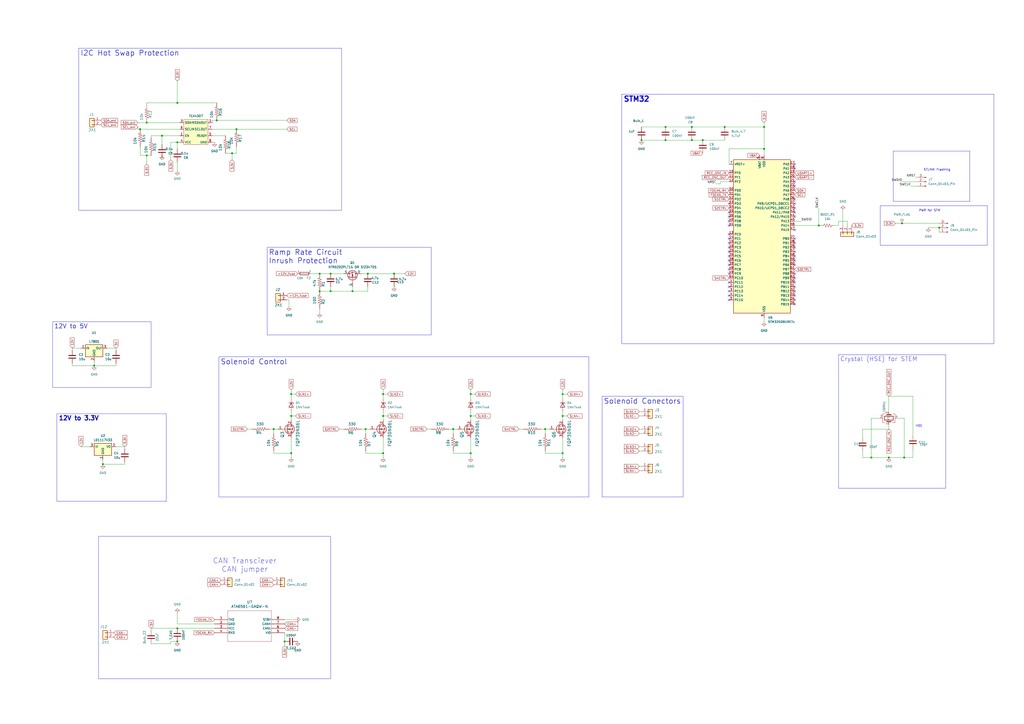
<source format=kicad_sch>
(kicad_sch (version 20250114) (generator "eeschema") (generator_version "9.0")
  (paper "A2")
  (text "HSE\n" (at 533.146 247.142 0) (effects (font (size 1.27 1.27))))
  (text "STLINK Flashing\n" (at 543.56 98.552 0) (effects (font (size 1.27 1.27))))
  (text "CAN Transciever\nCAN jumper\n" (at 141.986 327.914 0) (effects (font (size 3.048 3.048))))
  (text "PWR for STM" (at 539.242 122.174 0) (effects (font (size 1.27 1.27))))
  (text_box "Solenoid Conectors\n" (at 349.25 229.87 0) (size 46.99 58.42) (margins 0.9525 0.9525 0.9525 0.9525) (effects (font (size 3.048 3.048) (thickness 0.254) (bold yes)) (justify left top)))
  (text_box "" (at 57.15 311.15 0) (size 134.62 82.55) (margins 0.9525 0.9525 0.9525 0.9525) (effects (font (size 1.27 1.27) (thickness 0.254) (bold yes)) (justify left top)))
  (text_box "Crystal (HSE) for STEM" (at 486.41 205.74 0) (size 62.23 77.47) (margins 0.9525 0.9525 0.9525 0.9525) (effects (font (size 2.54 2.54)) (justify left top)))
  (text_box "12V to 3.3V" (at 33.02 240.03 0) (size 63.5 50.8) (margins 0.9525 0.9525 0.9525 0.9525) (effects (font (size 2.54 2.54) (thickness 0.508) (bold yes)) (justify left top)))
  (text_box "Ramp Rate Circuit\nInrush Protection" (at 154.94 143.51 0) (size 95.25 50.8) (margins 0.9525 0.9525 0.9525 0.9525) (effects (font (size 3.048 3.048) (thickness 0.254) (bold yes)) (justify left top)))
  (text_box "STM32" (at 360.68 54.61 0) (size 215.9 144.78) (margins 0.9525 0.9525 0.9525 0.9525) (effects (font (size 3.048 3.048) (thickness 0.6096) (bold yes)) (justify left top)))
  (text_box "" (at 510.54 119.38 0) (size 62.23 22.86) (margins 0.9525 0.9525 0.9525 0.9525) (effects (font (size 1.27 1.27)) (justify left top)))
  (text_box "12V to 5V" (at 30.48 186.69 0) (size 57.15 38.1) (margins 0.9525 0.9525 0.9525 0.9525) (effects (font (size 2.54 2.54) (thickness 0.254) (bold yes)) (justify left top)))
  (text_box "Solenoid Control" (at 127 207.01 0) (size 214.63 81.28) (margins 0.9525 0.9525 0.9525 0.9525) (effects (font (size 3.048 3.048) (thickness 0.254) (bold yes)) (justify left top)))
  (text_box "" (at 518.16 87.63 0) (size 44.45 29.21) (margins 0.9525 0.9525 0.9525 0.9525) (effects (font (size 1.27 1.27)) (justify left top)))
  (text_box "I2C Hot Swap Protection" (at 45.72 27.94 0) (size 152.4 93.98) (margins 0.9525 0.9525 0.9525 0.9525) (effects (font (size 3.048 3.048) (thickness 0.254) (bold yes)) (justify left top)))
  (junction (at 158.75 248.92))
  (junction (at 273.05 262.89))
  (junction (at 59.69 269.24))
  (junction (at 443.23 73.66))
  (junction (at 386.08 81.28))
  (junction (at 401.32 73.66))
  (junction (at 222.25 228.6))
  (junction (at 222.25 241.3))
  (junction (at 185.42 158.75))
  (junction (at 262.89 248.92))
  (junction (at 81.28 74.93))
  (junction (at 213.36 158.75))
  (junction (at 212.09 248.92))
  (junction (at 102.87 372.11))
  (junction (at 407.67 81.28))
  (junction (at 102.87 364.49))
  (junction (at 228.6 158.75))
  (junction (at 185.42 168.91))
  (junction (at 273.05 228.6))
  (junction (at 523.24 129.54))
  (junction (at 326.39 241.3))
  (junction (at 168.91 262.89))
  (junction (at 515.62 265.43))
  (junction (at 401.32 81.28))
  (junction (at 386.08 73.66))
  (junction (at 524.51 265.43))
  (junction (at 125.73 69.85))
  (junction (at 474.98 130.81))
  (junction (at 93.98 78.74))
  (junction (at 168.91 228.6))
  (junction (at 326.39 262.89))
  (junction (at 168.91 241.3))
  (junction (at 137.16 74.93))
  (junction (at 165.1 372.11))
  (junction (at 102.87 59.69))
  (junction (at 443.23 86.36))
  (junction (at 544.83 132.08))
  (junction (at 326.39 228.6))
  (junction (at 134.62 88.9))
  (junction (at 316.23 248.92))
  (junction (at 102.87 82.55))
  (junction (at 372.11 81.28))
  (junction (at 85.09 90.17))
  (junction (at 191.77 168.91))
  (junction (at 85.09 71.12))
  (junction (at 273.05 241.3))
  (junction (at 191.77 158.75))
  (junction (at 222.25 262.89))
  (junction (at 420.37 73.66))
  (junction (at 204.47 168.91))
  (junction (at 54.61 212.09))
  (junction (at 505.46 265.43))
  (no_connect (at 422.91 163.83))
  (no_connect (at 461.01 171.45))
  (no_connect (at 461.01 107.95))
  (no_connect (at 422.91 135.89))
  (no_connect (at 422.91 130.81))
  (no_connect (at 422.91 146.05))
  (no_connect (at 422.91 143.51))
  (no_connect (at 461.01 138.43))
  (no_connect (at 461.01 176.53))
  (no_connect (at 422.91 171.45))
  (no_connect (at 461.01 158.75))
  (no_connect (at 461.01 123.19))
  (no_connect (at 422.91 125.73))
  (no_connect (at 461.01 166.37))
  (no_connect (at 422.91 123.19))
  (no_connect (at 461.01 120.65))
  (no_connect (at 461.01 173.99))
  (no_connect (at 461.01 148.59))
  (no_connect (at 461.01 95.25))
  (no_connect (at 422.91 158.75))
  (no_connect (at 422.91 166.37))
  (no_connect (at 461.01 118.11))
  (no_connect (at 422.91 128.27))
  (no_connect (at 422.91 168.91))
  (no_connect (at 422.91 140.97))
  (no_connect (at 461.01 115.57))
  (no_connect (at 422.91 156.21))
  (no_connect (at 461.01 125.73))
  (no_connect (at 461.01 140.97))
  (no_connect (at 422.91 153.67))
  (no_connect (at 461.01 143.51))
  (no_connect (at 422.91 138.43))
  (no_connect (at 461.01 97.79))
  (no_connect (at 422.91 148.59))
  (no_connect (at 422.91 173.99))
  (no_connect (at 461.01 163.83))
  (no_connect (at 461.01 153.67))
  (no_connect (at 422.91 118.11))
  (no_connect (at 461.01 161.29))
  (no_connect (at 422.91 151.13))
  (no_connect (at 461.01 133.35))
  (no_connect (at 461.01 151.13))
  (no_connect (at 461.01 105.41))
  (no_connect (at 461.01 168.91))
  (no_connect (at 461.01 146.05))
  (wire (pts (xy 370.84 273.05) (xy 372.11 273.05)))
  (wire (pts (xy 326.39 262.89) (xy 326.39 265.43)))
  (wire (pts (xy 99.06 82.55) (xy 102.87 82.55)))
  (wire (pts (xy 443.23 71.12) (xy 443.23 73.66)))
  (wire (pts (xy 168.91 238.76) (xy 168.91 241.3)))
  (wire (pts (xy 443.23 73.66) (xy 420.37 73.66)))
  (wire (pts (xy 41.91 212.09) (xy 41.91 210.82)))
  (wire (pts (xy 222.25 228.6) (xy 224.79 228.6)))
  (wire (pts (xy 528.32 107.95) (xy 532.13 107.95)))
  (wire (pts (xy 168.91 241.3) (xy 168.91 243.84)))
  (wire (pts (xy 212.09 248.92) (xy 214.63 248.92)))
  (wire (pts (xy 222.25 228.6) (xy 222.25 231.14)))
  (wire (pts (xy 530.86 102.87) (xy 532.13 102.87)))
  (wire (pts (xy 191.77 158.75) (xy 199.39 158.75)))
  (wire (pts (xy 81.28 90.17) (xy 85.09 90.17)))
  (wire (pts (xy 72.39 259.08) (xy 72.39 260.35)))
  (wire (pts (xy 273.05 241.3) (xy 273.05 243.84)))
  (wire (pts (xy 422.91 86.36) (xy 443.23 86.36)))
  (wire (pts (xy 316.23 248.92) (xy 316.23 251.46)))
  (wire (pts (xy 123.19 74.93) (xy 137.16 74.93)))
  (wire (pts (xy 316.23 248.92) (xy 318.77 248.92)))
  (wire (pts (xy 523.24 129.54) (xy 544.83 129.54)))
  (wire (pts (xy 81.28 85.09) (xy 81.28 90.17)))
  (wire (pts (xy 41.91 201.93) (xy 46.99 201.93)))
  (wire (pts (xy 158.75 248.92) (xy 161.29 248.92)))
  (wire (pts (xy 370.84 259.08) (xy 372.11 259.08)))
  (wire (pts (xy 81.28 74.93) (xy 80.01 74.93)))
  (wire (pts (xy 222.25 238.76) (xy 222.25 241.3)))
  (wire (pts (xy 247.65 248.92) (xy 250.19 248.92)))
  (wire (pts (xy 166.37 173.99) (xy 167.64 173.99)))
  (wire (pts (xy 93.98 78.74) (xy 93.98 83.82)))
  (wire (pts (xy 474.98 130.81) (xy 476.25 130.81)))
  (wire (pts (xy 143.51 248.92) (xy 146.05 248.92)))
  (wire (pts (xy 300.99 248.92) (xy 303.53 248.92)))
  (wire (pts (xy 262.89 248.92) (xy 262.89 251.46)))
  (wire (pts (xy 500.38 248.92) (xy 500.38 254)))
  (wire (pts (xy 212.09 262.89) (xy 222.25 262.89)))
  (wire (pts (xy 524.51 265.43) (xy 524.51 242.57)))
  (wire (pts (xy 99.06 373.38) (xy 99.06 372.11)))
  (wire (pts (xy 156.21 248.92) (xy 158.75 248.92)))
  (wire (pts (xy 529.59 265.43) (xy 524.51 265.43)))
  (wire (pts (xy 102.87 59.69) (xy 102.87 46.99)))
  (wire (pts (xy 191.77 168.91) (xy 185.42 168.91)))
  (wire (pts (xy 273.05 228.6) (xy 275.59 228.6)))
  (wire (pts (xy 87.63 78.74) (xy 87.63 80.01)))
  (wire (pts (xy 415.29 106.68) (xy 417.83 106.68)))
  (wire (pts (xy 316.23 261.62) (xy 316.23 262.89)))
  (wire (pts (xy 273.05 262.89) (xy 273.05 254)))
  (wire (pts (xy 262.89 261.62) (xy 262.89 262.89)))
  (wire (pts (xy 370.84 270.51) (xy 372.11 270.51)))
  (wire (pts (xy 401.32 73.66) (xy 420.37 73.66)))
  (wire (pts (xy 102.87 59.69) (xy 125.73 59.69)))
  (wire (pts (xy 204.47 168.91) (xy 191.77 168.91)))
  (wire (pts (xy 137.16 74.93) (xy 166.37 74.93)))
  (wire (pts (xy 134.62 88.9) (xy 137.16 88.9)))
  (wire (pts (xy 99.06 82.55) (xy 99.06 92.71)))
  (wire (pts (xy 544.83 132.08) (xy 544.83 134.62)))
  (wire (pts (xy 443.23 86.36) (xy 443.23 90.17)))
  (wire (pts (xy 326.39 241.3) (xy 326.39 243.84)))
  (wire (pts (xy 505.46 265.43) (xy 515.62 265.43)))
  (wire (pts (xy 102.87 364.49) (xy 124.46 364.49)))
  (wire (pts (xy 316.23 262.89) (xy 326.39 262.89)))
  (wire (pts (xy 130.81 88.9) (xy 134.62 88.9)))
  (wire (pts (xy 417.83 105.41) (xy 422.91 105.41)))
  (wire (pts (xy 273.05 241.3) (xy 275.59 241.3)))
  (wire (pts (xy 104.14 78.74) (xy 93.98 78.74)))
  (wire (pts (xy 222.25 262.89) (xy 222.25 265.43)))
  (wire (pts (xy 505.46 242.57) (xy 510.54 242.57)))
  (wire (pts (xy 524.51 242.57) (xy 520.7 242.57)))
  (wire (pts (xy 500.38 248.92) (xy 515.62 248.92)))
  (wire (pts (xy 228.6 158.75) (xy 213.36 158.75)))
  (wire (pts (xy 213.36 166.37) (xy 213.36 168.91)))
  (wire (pts (xy 273.05 228.6) (xy 273.05 231.14)))
  (wire (pts (xy 370.84 248.92) (xy 372.11 248.92)))
  (wire (pts (xy 212.09 261.62) (xy 212.09 262.89)))
  (wire (pts (xy 85.09 71.12) (xy 80.01 71.12)))
  (wire (pts (xy 62.23 201.93) (xy 67.31 201.93)))
  (wire (pts (xy 529.59 260.35) (xy 529.59 265.43)))
  (wire (pts (xy 67.31 201.93) (xy 67.31 203.2)))
  (wire (pts (xy 204.47 166.37) (xy 204.47 168.91)))
  (wire (pts (xy 124.46 361.95) (xy 102.87 361.95)))
  (wire (pts (xy 422.91 86.36) (xy 422.91 95.25)))
  (wire (pts (xy 180.34 158.75) (xy 185.42 158.75)))
  (wire (pts (xy 505.46 242.57) (xy 505.46 265.43)))
  (wire (pts (xy 167.64 173.99) (xy 167.64 177.8)))
  (wire (pts (xy 260.35 248.92) (xy 262.89 248.92)))
  (wire (pts (xy 168.91 228.6) (xy 171.45 228.6)))
  (wire (pts (xy 474.98 120.65) (xy 474.98 130.81)))
  (wire (pts (xy 123.19 69.85) (xy 125.73 69.85)))
  (wire (pts (xy 168.91 226.06) (xy 168.91 228.6)))
  (wire (pts (xy 483.87 130.81) (xy 486.41 130.81)))
  (wire (pts (xy 191.77 166.37) (xy 191.77 168.91)))
  (wire (pts (xy 165.1 372.11) (xy 165.1 367.03)))
  (wire (pts (xy 222.25 241.3) (xy 222.25 243.84)))
  (wire (pts (xy 81.28 74.93) (xy 104.14 74.93)))
  (wire (pts (xy 500.38 261.62) (xy 500.38 265.43)))
  (wire (pts (xy 102.87 82.55) (xy 104.14 82.55)))
  (wire (pts (xy 54.61 209.55) (xy 54.61 212.09)))
  (wire (pts (xy 168.91 241.3) (xy 171.45 241.3)))
  (wire (pts (xy 326.39 238.76) (xy 326.39 241.3)))
  (wire (pts (xy 102.87 355.6) (xy 102.87 361.95)))
  (wire (pts (xy 158.75 248.92) (xy 158.75 251.46)))
  (wire (pts (xy 515.62 229.87) (xy 515.62 238.76)))
  (wire (pts (xy 99.06 372.11) (xy 102.87 372.11)))
  (wire (pts (xy 123.19 78.74) (xy 130.81 78.74)))
  (wire (pts (xy 273.05 226.06) (xy 273.05 228.6)))
  (wire (pts (xy 85.09 71.12) (xy 104.14 71.12)))
  (wire (pts (xy 370.84 241.3) (xy 372.11 241.3)))
  (wire (pts (xy 262.89 248.92) (xy 265.43 248.92)))
  (wire (pts (xy 417.83 106.68) (xy 417.83 105.41)))
  (wire (pts (xy 372.11 73.66) (xy 386.08 73.66)))
  (wire (pts (xy 123.19 69.85) (xy 123.19 71.12)))
  (wire (pts (xy 93.98 91.44) (xy 93.98 90.17)))
  (wire (pts (xy 123.19 82.55) (xy 124.46 82.55)))
  (wire (pts (xy 222.25 226.06) (xy 222.25 228.6)))
  (wire (pts (xy 125.73 69.85) (xy 166.37 69.85)))
  (wire (pts (xy 165.1 374.65) (xy 165.1 372.11)))
  (wire (pts (xy 313.69 248.92) (xy 316.23 248.92)))
  (wire (pts (xy 168.91 262.89) (xy 168.91 254)))
  (wire (pts (xy 185.42 158.75) (xy 191.77 158.75)))
  (wire (pts (xy 326.39 228.6) (xy 326.39 231.14)))
  (wire (pts (xy 273.05 262.89) (xy 273.05 265.43)))
  (wire (pts (xy 67.31 212.09) (xy 67.31 210.82)))
  (wire (pts (xy 326.39 262.89) (xy 326.39 254)))
  (wire (pts (xy 85.09 59.69) (xy 85.09 60.96)))
  (wire (pts (xy 234.95 158.75) (xy 228.6 158.75)))
  (wire (pts (xy 370.84 251.46) (xy 372.11 251.46)))
  (wire (pts (xy 529.59 229.87) (xy 529.59 252.73)))
  (wire (pts (xy 326.39 226.06) (xy 326.39 228.6)))
  (wire (pts (xy 461.01 130.81) (xy 474.98 130.81)))
  (wire (pts (xy 59.69 269.24) (xy 72.39 269.24)))
  (wire (pts (xy 519.43 129.54) (xy 523.24 129.54)))
  (wire (pts (xy 41.91 203.2) (xy 41.91 201.93)))
  (wire (pts (xy 134.62 88.9) (xy 134.62 92.71)))
  (wire (pts (xy 370.84 261.62) (xy 372.11 261.62)))
  (wire (pts (xy 262.89 262.89) (xy 273.05 262.89)))
  (wire (pts (xy 407.67 81.28) (xy 420.37 81.28)))
  (wire (pts (xy 102.87 99.06) (xy 102.87 93.98)))
  (wire (pts (xy 72.39 269.24) (xy 72.39 267.97)))
  (wire (pts (xy 137.16 88.9) (xy 137.16 85.09)))
  (wire (pts (xy 213.36 168.91) (xy 204.47 168.91)))
  (wire (pts (xy 326.39 228.6) (xy 328.93 228.6)))
  (wire (pts (xy 370.84 238.76) (xy 372.11 238.76)))
  (wire (pts (xy 486.41 130.81) (xy 486.41 128.27)))
  (wire (pts (xy 372.11 81.28) (xy 386.08 81.28)))
  (wire (pts (xy 93.98 78.74) (xy 87.63 78.74)))
  (wire (pts (xy 222.25 262.89) (xy 222.25 254)))
  (wire (pts (xy 326.39 241.3) (xy 328.93 241.3)))
  (wire (pts (xy 461.01 128.27) (xy 464.82 128.27)))
  (wire (pts (xy 102.87 86.36) (xy 102.87 82.55)))
  (wire (pts (xy 87.63 364.49) (xy 87.63 365.76)))
  (wire (pts (xy 87.63 373.38) (xy 99.06 373.38)))
  (wire (pts (xy 41.91 212.09) (xy 54.61 212.09)))
  (wire (pts (xy 386.08 81.28) (xy 401.32 81.28)))
  (wire (pts (xy 386.08 73.66) (xy 401.32 73.66)))
  (wire (pts (xy 85.09 90.17) (xy 87.63 90.17)))
  (wire (pts (xy 196.85 248.92) (xy 199.39 248.92)))
  (wire (pts (xy 158.75 262.89) (xy 168.91 262.89)))
  (wire (pts (xy 85.09 59.69) (xy 102.87 59.69)))
  (wire (pts (xy 67.31 259.08) (xy 72.39 259.08)))
  (wire (pts (xy 59.69 266.7) (xy 59.69 269.24)))
  (wire (pts (xy 87.63 364.49) (xy 102.87 364.49)))
  (wire (pts (xy 515.62 248.92) (xy 515.62 246.38)))
  (wire (pts (xy 46.99 259.08) (xy 52.07 259.08)))
  (wire (pts (xy 165.1 359.41) (xy 171.45 359.41)))
  (wire (pts (xy 523.24 105.41) (xy 532.13 105.41)))
  (wire (pts (xy 209.55 248.92) (xy 212.09 248.92)))
  (wire (pts (xy 185.42 179.07) (xy 185.42 181.61)))
  (wire (pts (xy 491.49 128.27) (xy 491.49 130.81)))
  (wire (pts (xy 500.38 265.43) (xy 505.46 265.43)))
  (wire (pts (xy 158.75 261.62) (xy 158.75 262.89)))
  (wire (pts (xy 488.95 121.92) (xy 488.95 130.81)))
  (wire (pts (xy 515.62 265.43) (xy 524.51 265.43)))
  (wire (pts (xy 168.91 228.6) (xy 168.91 231.14)))
  (wire (pts (xy 168.91 262.89) (xy 168.91 265.43)))
  (wire (pts (xy 212.09 248.92) (xy 212.09 251.46)))
  (wire (pts (xy 85.09 90.17) (xy 85.09 95.25)))
  (wire (pts (xy 544.83 132.08) (xy 538.48 132.08)))
  (wire (pts (xy 515.62 229.87) (xy 529.59 229.87)))
  (wire (pts (xy 486.41 128.27) (xy 491.49 128.27)))
  (wire (pts (xy 209.55 158.75) (xy 213.36 158.75)))
  (wire (pts (xy 443.23 184.15) (xy 443.23 186.69)))
  (wire (pts (xy 222.25 241.3) (xy 224.79 241.3)))
  (wire (pts (xy 54.61 212.09) (xy 67.31 212.09)))
  (wire (pts (xy 80.01 74.93) (xy 80.01 73.66)))
  (wire (pts (xy 443.23 73.66) (xy 443.23 86.36)))
  (wire (pts (xy 273.05 238.76) (xy 273.05 241.3)))
  (wire (pts (xy 401.32 81.28) (xy 407.67 81.28)))
  (label "SWCLK" (at 528.32 107.95 180))
  (label "SWDIO" (at 464.82 128.27 0))
  (label "SWDIO" (at 523.24 105.41 180))
  (label "NRST" (at 415.29 106.68 180))
  (label "SWCLK" (at 474.98 120.65 90))
  (label "NRST" (at 530.86 102.87 180))
  (global_label "3.3V" (shape input) (at 494.03 130.81 0) (property "Intersheetrefs" "${INTERSHEET_REFS}" (effects (hide yes))))
  (global_label "CAN+" (shape input) (at 128.27 336.55 180) (property "Intersheetrefs" "${INTERSHEET_REFS}" (effects (hide yes))))
  (global_label "SLN4+" (shape input) (at 370.84 270.51 180) (property "Intersheetrefs" "${INTERSHEET_REFS}" (effects (hide yes))))
  (global_label "S3CTRL" (shape input) (at 247.65 248.92 180) (property "Intersheetrefs" "${INTERSHEET_REFS}" (effects (hide yes))))
  (global_label "12V" (shape input) (at 168.91 226.06 90) (property "Intersheetrefs" "${INTERSHEET_REFS}" (effects (hide yes))))
  (global_label "S2CTRL" (shape input) (at 196.85 248.92 180) (property "Intersheetrefs" "${INTERSHEET_REFS}" (effects (hide yes))))
  (global_label "SDA_ext" (shape input) (at 80.01 71.12 180) (property "Intersheetrefs" "${INTERSHEET_REFS}" (effects (hide yes))))
  (global_label "VBAT" (shape input) (at 440.69 90.17 180) (property "Intersheetrefs" "${INTERSHEET_REFS}" (effects (hide yes))))
  (global_label "SLN1-" (shape input) (at 370.84 241.3 180) (property "Intersheetrefs" "${INTERSHEET_REFS}" (effects (hide yes))))
  (global_label "12V" (shape input) (at 46.99 259.08 90) (property "Intersheetrefs" "${INTERSHEET_REFS}" (effects (hide yes))))
  (global_label "USART1-" (shape input) (at 461.01 102.87 0) (property "Intersheetrefs" "${INTERSHEET_REFS}" (effects (hide yes))))
  (global_label "12V" (shape input) (at 326.39 226.06 90) (property "Intersheetrefs" "${INTERSHEET_REFS}" (effects (hide yes))))
  (global_label "12V" (shape input) (at 234.95 158.75 0) (property "Intersheetrefs" "${INTERSHEET_REFS}" (effects (hide yes))))
  (global_label "CAN-" (shape input) (at 158.75 339.09 180) (property "Intersheetrefs" "${INTERSHEET_REFS}" (effects (hide yes))))
  (global_label "S4CTRL" (shape input) (at 300.99 248.92 180) (property "Intersheetrefs" "${INTERSHEET_REFS}" (effects (hide yes))))
  (global_label "5V" (shape input) (at 87.63 364.49 90) (property "Intersheetrefs" "${INTERSHEET_REFS}" (effects (hide yes))))
  (global_label "RCC_OSC_OUT" (shape input) (at 422.91 102.87 180) (property "Intersheetrefs" "${INTERSHEET_REFS}" (effects (hide yes))))
  (global_label "SDA" (shape input) (at 166.37 69.85 0) (property "Intersheetrefs" "${INTERSHEET_REFS}" (effects (hide yes))))
  (global_label "SCL" (shape input) (at 166.37 74.93 0) (property "Intersheetrefs" "${INTERSHEET_REFS}" (effects (hide yes))))
  (global_label "SCL" (shape input) (at 461.01 113.03 0) (property "Intersheetrefs" "${INTERSHEET_REFS}" (effects (hide yes))))
  (global_label "SLN1+" (shape input) (at 370.84 238.76 180) (property "Intersheetrefs" "${INTERSHEET_REFS}" (effects (hide yes))))
  (global_label "CAN-" (shape input) (at 66.04 367.03 0) (property "Intersheetrefs" "${INTERSHEET_REFS}" (effects (hide yes))))
  (global_label "12V" (shape input) (at 273.05 226.06 90) (property "Intersheetrefs" "${INTERSHEET_REFS}" (effects (hide yes))))
  (global_label "SLN2-" (shape input) (at 224.79 241.3 0) (property "Intersheetrefs" "${INTERSHEET_REFS}" (effects (hide yes))))
  (global_label "3.3V" (shape input) (at 72.39 259.08 90) (property "Intersheetrefs" "${INTERSHEET_REFS}" (effects (hide yes))))
  (global_label "SLN4-" (shape input) (at 370.84 273.05 180) (property "Intersheetrefs" "${INTERSHEET_REFS}" (effects (hide yes))))
  (global_label "SLN3+" (shape input) (at 275.59 228.6 0) (property "Intersheetrefs" "${INTERSHEET_REFS}" (effects (hide yes))))
  (global_label "3.3V" (shape input) (at 85.09 95.25 270) (property "Intersheetrefs" "${INTERSHEET_REFS}" (effects (hide yes))))
  (global_label "VBAT" (shape input) (at 407.67 88.9 180) (property "Intersheetrefs" "${INTERSHEET_REFS}" (effects (hide yes))))
  (global_label "SLN3+" (shape input) (at 370.84 259.08 180) (property "Intersheetrefs" "${INTERSHEET_REFS}" (effects (hide yes))))
  (global_label "RCC_OSC_OUT" (shape input) (at 515.62 229.87 90) (property "Intersheetrefs" "${INTERSHEET_REFS}" (effects (hide yes))))
  (global_label "+12V_fuse" (shape input) (at 166.37 171.45 0) (property "Intersheetrefs" "${INTERSHEET_REFS}" (effects (hide yes))))
  (global_label "3.3V" (shape input) (at 519.43 129.54 180) (property "Intersheetrefs" "${INTERSHEET_REFS}" (effects (hide yes))))
  (global_label "FDCAN_RX" (shape input) (at 422.91 110.49 180) (property "Intersheetrefs" "${INTERSHEET_REFS}" (effects (hide yes))))
  (global_label "12V" (shape input) (at 222.25 226.06 90) (property "Intersheetrefs" "${INTERSHEET_REFS}" (effects (hide yes))))
  (global_label "RCC_OSC_IN" (shape input) (at 515.62 248.92 270) (property "Intersheetrefs" "${INTERSHEET_REFS}" (effects (hide yes))))
  (global_label "RCC_OSC_IN" (shape input) (at 422.91 100.33 180) (property "Intersheetrefs" "${INTERSHEET_REFS}" (effects (hide yes))))
  (global_label "FDCAN_TX" (shape input) (at 124.46 359.41 180) (property "Intersheetrefs" "${INTERSHEET_REFS}" (effects (hide yes))))
  (global_label "S4CTRL" (shape input) (at 422.91 161.29 180) (property "Intersheetrefs" "${INTERSHEET_REFS}" (effects (hide yes))))
  (global_label "SLN2+" (shape input) (at 370.84 248.92 180) (property "Intersheetrefs" "${INTERSHEET_REFS}" (effects (hide yes))))
  (global_label "FDCAN_TX" (shape input) (at 422.91 113.03 180) (property "Intersheetrefs" "${INTERSHEET_REFS}" (effects (hide yes))))
  (global_label "SDA_ext" (shape input) (at 58.42 69.85 0) (property "Intersheetrefs" "${INTERSHEET_REFS}" (effects (hide yes))))
  (global_label "S1CTRL" (shape input) (at 422.91 115.57 180) (property "Intersheetrefs" "${INTERSHEET_REFS}" (effects (hide yes))))
  (global_label "SLN3-" (shape input) (at 275.59 241.3 0) (property "Intersheetrefs" "${INTERSHEET_REFS}" (effects (hide yes))))
  (global_label "SLN1-" (shape input) (at 171.45 241.3 0) (property "Intersheetrefs" "${INTERSHEET_REFS}" (effects (hide yes))))
  (global_label "12V" (shape input) (at 41.91 201.93 90) (property "Intersheetrefs" "${INTERSHEET_REFS}" (effects (hide yes))))
  (global_label "USART1+" (shape input) (at 461.01 100.33 0) (property "Intersheetrefs" "${INTERSHEET_REFS}" (effects (hide yes))))
  (global_label "SCL_ext" (shape input) (at 58.42 72.39 0) (property "Intersheetrefs" "${INTERSHEET_REFS}" (effects (hide yes))))
  (global_label "FDCAN_RX" (shape input) (at 124.46 367.03 180) (property "Intersheetrefs" "${INTERSHEET_REFS}" (effects (hide yes))))
  (global_label "CAN+" (shape input) (at 128.27 339.09 180) (property "Intersheetrefs" "${INTERSHEET_REFS}" (effects (hide yes))))
  (global_label "SLN3-" (shape input) (at 370.84 261.62 180) (property "Intersheetrefs" "${INTERSHEET_REFS}" (effects (hide yes))))
  (global_label "SLN2+" (shape input) (at 224.79 228.6 0) (property "Intersheetrefs" "${INTERSHEET_REFS}" (effects (hide yes))))
  (global_label "3.3V" (shape input) (at 443.23 71.12 90) (property "Intersheetrefs" "${INTERSHEET_REFS}" (effects (hide yes))))
  (global_label "CAN-" (shape input) (at 165.1 364.49 0) (property "Intersheetrefs" "${INTERSHEET_REFS}" (effects (hide yes))))
  (global_label "3.3V" (shape input) (at 134.62 92.71 270) (property "Intersheetrefs" "${INTERSHEET_REFS}" (effects (hide yes))))
  (global_label "3.3V" (shape input) (at 102.87 46.99 90) (property "Intersheetrefs" "${INTERSHEET_REFS}" (effects (hide yes))))
  (global_label "CAN-" (shape input) (at 158.75 336.55 180) (property "Intersheetrefs" "${INTERSHEET_REFS}" (effects (hide yes))))
  (global_label "S1CTRL" (shape input) (at 143.51 248.92 180) (property "Intersheetrefs" "${INTERSHEET_REFS}" (effects (hide yes))))
  (global_label "3.3V" (shape input) (at 99.06 92.71 270) (property "Intersheetrefs" "${INTERSHEET_REFS}" (effects (hide yes))))
  (global_label "5V" (shape input) (at 67.31 201.93 90) (property "Intersheetrefs" "${INTERSHEET_REFS}" (effects (hide yes))))
  (global_label "CAN+" (shape input) (at 165.1 361.95 0) (property "Intersheetrefs" "${INTERSHEET_REFS}" (effects (hide yes))))
  (global_label "SLN4+" (shape input) (at 328.93 228.6 0) (property "Intersheetrefs" "${INTERSHEET_REFS}" (effects (hide yes))))
  (global_label "S3CTRL" (shape input) (at 461.01 156.21 0) (property "Intersheetrefs" "${INTERSHEET_REFS}" (effects (hide yes))))
  (global_label "SCL_ext" (shape input) (at 80.01 73.66 180) (property "Intersheetrefs" "${INTERSHEET_REFS}" (effects (hide yes))))
  (global_label "SLN1+" (shape input) (at 171.45 228.6 0) (property "Intersheetrefs" "${INTERSHEET_REFS}" (effects (hide yes))))
  (global_label "CAN+" (shape input) (at 66.04 369.57 0) (property "Intersheetrefs" "${INTERSHEET_REFS}" (effects (hide yes))))
  (global_label "+12V_fuse" (shape input) (at 172.72 158.75 180) (property "Intersheetrefs" "${INTERSHEET_REFS}" (effects (hide yes))))
  (global_label "S2CTRL" (shape input) (at 422.91 120.65 180) (property "Intersheetrefs" "${INTERSHEET_REFS}" (effects (hide yes))))
  (global_label "3.3V" (shape input) (at 165.1 374.65 270) (property "Intersheetrefs" "${INTERSHEET_REFS}" (effects (hide yes))))
  (global_label "SLN4-" (shape input) (at 328.93 241.3 0) (property "Intersheetrefs" "${INTERSHEET_REFS}" (effects (hide yes))))
  (global_label "SLN2-" (shape input) (at 370.84 251.46 180) (property "Intersheetrefs" "${INTERSHEET_REFS}" (effects (hide yes))))
  (global_label "SDA" (shape input) (at 461.01 110.49 0) (property "Intersheetrefs" "${INTERSHEET_REFS}" (effects (hide yes))))
  (symbol (lib_id "Device:C") (at 72.39 264.16 0) (unit 1)
    (property "Reference" "C4" (at 66.04 262.89 0) (effects (justify left)))
    (property "Value" "10u" (at 66.04 265.43 0) (effects (justify left)))
    (property "Footprint" "Capacitor_THT:CP_Radial_D5.0mm_P2.00mm" (effects (hide yes)))
  )
  (symbol (lib_id "Transistor_FET:IRLZ34N") (at 270.51 248.92 0) (unit 1)
    (property "Reference" "Q5" (at 267.97 254 90) (effects (font (size 1.778 1.778)) (justify left)))
    (property "Value" "FQP30N06L" (at 276.86 259.08 90) (effects (font (size 1.778 1.778)) (justify left)))
    (property "Footprint" "Package_TO_SOT_THT:TO-220-3_Vertical" (effects (hide yes)))
    (property "Datasheet" "http://www.infineon.com/dgdl/irlz34npbf.pdf?fileId=5546d462533600a40153567206892720" (effects (hide yes)))
  )
  (symbol (lib_id "Device:C") (at 191.77 162.56 180) (unit 1)
    (property "Reference" "C1" (at 197.358 163.576 0) (effects (justify left)))
    (property "Value" "4.7u" (at 198.882 161.798 0) (effects (justify left)))
    (property "Footprint" "Capacitor_SMD:C_0402_1005Metric" (effects (hide yes)))
  )
  (symbol (lib_id "Connector_Generic:Conn_01x02") (at 133.35 336.55 0) (unit 1)
    (property "Reference" "J10" (at 135.89 336.5499 0) (effects (justify left)))
    (property "Value" "Conn_01x02" (at 135.89 339.0899 0) (effects (justify left)))
    (property "Footprint" "Connector_PinHeader_2.54mm:PinHeader_1x02_P2.54mm_Vertical" (effects (hide yes)))
    (property "Description" "Generic connector, single row, 01x02, script generated (kicad-library-utils/schlib/autogen/connector/)" (effects (hide yes)))
  )
  (symbol (lib_id "PowerboardRev5-eagle-import:R-US_R0805") (at 316.23 256.54 270) (mirror x) (unit 1)
    (property "Reference" "R11" (at 317.5 259.08 0) (effects (font (size 1.4986 1.4986)) (justify left bottom)))
    (property "Value" "10k" (at 312.42 259.08 0) (effects (font (size 1.4986 1.4986)) (justify left bottom)))
    (property "Footprint" "Resistor_SMD:R_0805_2012Metric_Pad1.20x1.40mm_HandSolder" (effects (hide yes)))
  )
  (symbol (lib_id "power:GND") (at 102.87 355.6 180) (unit 1)
    (property "Reference" "#PWR050" (effects (hide yes)))
    (property "Value" "GND" (at 102.87 350.52 0))
  )
  (symbol (lib_id "Transistor_FET:IRLZ34N") (at 219.71 248.92 0) (unit 1)
    (property "Reference" "Q4" (at 217.17 254 90) (effects (font (size 1.778 1.778)) (justify left)))
    (property "Value" "FQP30N06L" (at 226.06 259.08 90) (effects (font (size 1.778 1.778)) (justify left)))
    (property "Footprint" "Package_TO_SOT_THT:TO-220-3_Vertical" (effects (hide yes)))
    (property "Datasheet" "http://www.infineon.com/dgdl/irlz34npbf.pdf?fileId=5546d462533600a40153567206892720" (effects (hide yes)))
  )
  (symbol (lib_id "power:GND") (at 102.87 372.11 0) (unit 1)
    (property "Reference" "#PWR049" (effects (hide yes)))
    (property "Value" "GND" (at 102.87 377.19 0))
  )
  (symbol (lib_id "PowerboardRev5-eagle-import:R-US_R0805") (at 185.42 173.99 270) (mirror x) (unit 1)
    (property "Reference" "R2" (at 186.69 176.53 0) (effects (font (size 1.4986 1.4986)) (justify left bottom)))
    (property "Value" "100" (at 181.61 176.53 0) (effects (font (size 1.4986 1.4986)) (justify left bottom)))
    (property "Footprint" "Resistor_SMD:R_0402_1005Metric" (effects (hide yes)))
  )
  (symbol (lib_id "Connector_Generic:Conn_01x03") (at 491.49 135.89 270) (unit 1)
    (property "Reference" "J8" (at 496.57 134.6199 90) (effects (justify left)))
    (property "Value" "Conn_01x03" (at 496.57 137.1599 90) (effects (justify left)))
    (property "Footprint" "custom_components:slide_switch_EGER1218_Thruster" (effects (hide yes)))
    (property "Description" "Generic connector, single row, 01x03, script generated (kicad-library-utils/schlib/autogen/connector/)" (effects (hide yes)))
  )
  (symbol (lib_id "power:GND") (at 372.11 81.28 0) (unit 1)
    (property "Reference" "#PWR052" (effects (hide yes)))
    (property "Value" "GND" (at 372.11 86.36 0))
  )
  (symbol (lib_id "Connector_Generic:Conn_01x02") (at 377.19 259.08 0) (unit 1)
    (property "Reference" "J5" (at 379.73 259.08 0) (effects (font (size 1.4986 1.4986)) (justify left bottom)))
    (property "Value" "2X1" (at 379.73 262.89 0) (effects (font (size 1.4986 1.4986)) (justify left bottom)))
    (property "Footprint" "Connector_JST:JST_PH_B2B-PH-K_1x02_P2.00mm_Vertical" (effects (hide yes)))
  )
  (symbol (lib_id "power:GND") (at 172.72 372.11 0) (unit 1)
    (property "Reference" "#PWR048" (effects (hide yes)))
    (property "Value" "GND" (at 172.72 377.19 0))
  )
  (symbol (lib_id "Device:R_US") (at 480.06 130.81 90) (unit 1)
    (property "Reference" "BOOT_R1" (at 480.06 124.46 90))
    (property "Value" "10k" (at 480.06 127 90))
    (property "Footprint" "Resistor_SMD:R_0805_2012Metric_Pad1.20x1.40mm_HandSolder" (effects (hide yes)))
    (property "Description" "Resistor, US symbol" (effects (hide yes)))
  )
  (symbol (lib_id "Device:C") (at 401.32 77.47 0) (mirror y) (unit 1)
    (property "Reference" "C8" (at 401.828 70.866 0) (effects (justify left)))
    (property "Value" "100nF" (at 403.352 68.326 0) (effects (justify left)))
    (property "Footprint" "Capacitor_SMD:C_0805_2012Metric_Pad1.18x1.45mm_HandSolder" (effects (hide yes)))
    (property "Description" "Unpolarized capacitor" (effects (hide yes)))
  )
  (symbol (lib_id "Device:C") (at 168.91 372.11 90) (unit 1)
    (property "Reference" "T_Cd2" (at 168.91 375.92 90))
    (property "Value" "100nF" (at 168.91 368.554 90))
    (property "Footprint" "Capacitor_SMD:C_0805_2012Metric_Pad1.18x1.45mm_HandSolder" (effects (hide yes)))
    (property "Description" "Unpolarized capacitor" (effects (hide yes)))
  )
  (symbol (lib_id "Device:C") (at 213.36 162.56 180) (unit 1)
    (property "Reference" "C12" (at 219.71 163.83 0) (effects (justify left)))
    (property "Value" "4.7u" (at 219.71 161.29 0) (effects (justify left)))
    (property "Footprint" "Capacitor_SMD:C_0402_1005Metric" (effects (hide yes)))
  )
  (symbol (lib_id "PowerboardRev5-eagle-import:R-US_R0805") (at 151.13 248.92 0) (mirror x) (unit 1)
    (property "Reference" "R4" (at 148.59 250.19 0) (effects (font (size 1.4986 1.4986)) (justify left bottom)))
    (property "Value" "330" (at 148.59 245.11 0) (effects (font (size 1.4986 1.4986)) (justify left bottom)))
    (property "Footprint" "Resistor_SMD:R_0805_2012Metric_Pad1.20x1.40mm_HandSolder" (effects (hide yes)))
  )
  (symbol (lib_id "Connector_Generic:Conn_01x02") (at 377.19 270.51 0) (unit 1)
    (property "Reference" "J6" (at 379.73 270.51 0) (effects (font (size 1.4986 1.4986)) (justify left bottom)))
    (property "Value" "2X1" (at 379.73 274.32 0) (effects (font (size 1.4986 1.4986)) (justify left bottom)))
    (property "Footprint" "Connector_JST:JST_PH_B2B-PH-K_1x02_P2.00mm_Vertical" (effects (hide yes)))
  )
  (symbol (lib_id "Device:C") (at 87.63 369.57 0) (unit 1)
    (property "Reference" "Bulk_22" (at 83.82 369.57 90))
    (property "Value" "22uF" (at 91.186 369.57 90))
    (property "Footprint" "Capacitor_SMD:C_0805_2012Metric_Pad1.18x1.45mm_HandSolder" (effects (hide yes)))
    (property "Description" "Unpolarized capacitor" (effects (hide yes)))
  )
  (symbol (lib_id "PowerboardRev5-eagle-import:R-US_R0805") (at 81.28 80.01 270) (mirror x) (unit 1)
    (property "Reference" "R14" (at 82.55 82.55 0) (effects (font (size 1.4986 1.4986)) (justify left bottom)))
    (property "Value" "10k" (at 77.47 83.82 0) (effects (font (size 1.4986 1.4986)) (justify left bottom)))
    (property "Footprint" "Capacitor_SMD:C_0201_0603Metric" (effects (hide yes)))
  )
  (symbol (lib_id "Regulator_Linear:LD1117S33TR_SOT223") (at 59.69 259.08 0) (unit 1)
    (property "Reference" "U2" (at 59.69 252.73 0))
    (property "Value" "LD1117V33" (at 59.69 255.27 0))
    (property "Footprint" "Package_TO_SOT_THT:TO-220-3_Vertical" (effects (hide yes)))
    (property "Datasheet" "http://www.st.com/st-web-ui/static/active/en/resource/technical/document/datasheet/CD00000544.pdf" (effects (hide yes)))
  )
  (symbol (lib_id "power:GND") (at 124.46 82.55 0) (unit 1)
    (property "Reference" "#PWR034" (effects (hide yes)))
    (property "Value" "GND" (at 124.46 87.63 0))
  )
  (symbol (lib_id "PowerboardRev5-eagle-import:R-US_R0805") (at 125.73 64.77 270) (mirror x) (unit 1)
    (property "Reference" "R16" (at 127 67.31 0) (effects (font (size 1.4986 1.4986)) (justify left bottom)))
    (property "Value" "10k" (at 121.92 68.58 0) (effects (font (size 1.4986 1.4986)) (justify left bottom)))
    (property "Footprint" "Capacitor_SMD:C_0201_0603Metric" (effects (hide yes)))
  )
  (symbol (lib_id "power:GND") (at 538.48 132.08 0) (unit 1)
    (property "Reference" "#PWR053" (effects (hide yes)))
    (property "Value" "GND" (at 538.48 137.16 0))
  )
  (symbol (lib_id "Device:C") (at 102.87 368.3 0) (unit 1)
    (property "Reference" "T_Cd1" (at 99.06 368.3 90))
    (property "Value" "100nF" (at 106.426 368.3 90))
    (property "Footprint" "Capacitor_SMD:C_0805_2012Metric_Pad1.18x1.45mm_HandSolder" (effects (hide yes)))
    (property "Description" "Unpolarized capacitor" (effects (hide yes)))
  )
  (symbol (lib_id "power:GND") (at 54.61 212.09 0) (unit 1)
    (property "Reference" "#PWR012" (effects (hide yes)))
    (property "Value" "GND" (at 54.61 217.17 0))
  )
  (symbol (lib_id "PowerboardRev5-eagle-import:R-US_R0805") (at 130.81 83.82 270) (mirror x) (unit 1)
    (property "Reference" "R18" (at 132.08 86.36 0) (effects (font (size 1.4986 1.4986)) (justify left bottom)))
    (property "Value" "10k" (at 127 87.63 0) (effects (font (size 1.4986 1.4986)) (justify left bottom)))
    (property "Footprint" "Capacitor_SMD:C_0201_0603Metric" (effects (hide yes)))
  )
  (symbol (lib_id "PowerboardRev5-eagle-import:R-US_R0805") (at 87.63 85.09 270) (mirror x) (unit 1)
    (property "Reference" "R15" (at 88.9 87.63 0) (effects (font (size 1.4986 1.4986)) (justify left bottom)))
    (property "Value" "10k" (at 83.82 88.9 0) (effects (font (size 1.4986 1.4986)) (justify left bottom)))
    (property "Footprint" "Capacitor_SMD:C_0201_0603Metric" (effects (hide yes)))
  )
  (symbol (lib_id "Diode:1N47xxA") (at 222.25 234.95 270) (unit 1)
    (property "Reference" "D2" (at 224.79 233.68 90) (effects (justify left)))
    (property "Value" "1N47xxA" (at 224.79 236.22 90) (effects (justify left)))
    (property "Footprint" "Diode_THT:D_DO-41_SOD81_P10.16mm_Horizontal" (effects (hide yes)))
    (property "Datasheet" "https://www.vishay.com/docs/85816/1n4728a.pdf" (effects (hide yes)))
  )
  (symbol (lib_id "power:GND") (at 273.05 265.43 0) (unit 1)
    (property "Reference" "#PWR020" (effects (hide yes)))
    (property "Value" "GND" (at 273.05 270.51 0))
  )
  (symbol (lib_id "power:GND") (at 222.25 265.43 0) (unit 1)
    (property "Reference" "#PWR019" (effects (hide yes)))
    (property "Value" "GND" (at 222.25 270.51 0))
  )
  (symbol (lib_id "Connector_Generic:Conn_01x02") (at 161.29 171.45 0) (mirror y) (unit 1)
    (property "Reference" "J2" (at 162.56 168.91 0) (effects (font (size 1.4986 1.4986)) (justify left bottom)))
    (property "Value" "2X1" (at 163.83 177.8 0) (effects (font (size 1.4986 1.4986)) (justify left bottom)))
    (property "Footprint" "Connector_JST:JST_PH_B2B-PH-K_1x02_P2.00mm_Vertical" (effects (hide yes)))
  )
  (symbol (lib_id "PowerboardRev5-eagle-import:R-US_R0805") (at 137.16 80.01 270) (mirror x) (unit 1)
    (property "Reference" "R17" (at 138.43 82.55 0) (effects (font (size 1.4986 1.4986)) (justify left bottom)))
    (property "Value" "10k" (at 133.35 83.82 0) (effects (font (size 1.4986 1.4986)) (justify left bottom)))
    (property "Footprint" "Capacitor_SMD:C_0201_0603Metric" (effects (hide yes)))
  )
  (symbol (lib_id "MCU_ST_STM32G0:STM32G0B1RETx") (at 440.69 138.43 0) (unit 1)
    (property "Reference" "U6" (at 445.4241 184.15 0) (effects (justify left)))
    (property "Value" "STM32G0B1RETx" (at 445.4241 186.69 0) (effects (justify left)))
    (property "Footprint" "Package_QFP:LQFP-64_10x10mm_P0.5mm" (effects (hide yes)))
    (property "Datasheet" "https://www.st.com/resource/en/datasheet/stm32g0b1re.pdf" (effects (hide yes)))
  )
  (symbol (lib_id "Device:C") (at 67.31 207.01 0) (unit 1)
    (property "Reference" "C3" (at 60.96 205.74 0) (effects (justify left)))
    (property "Value" "10u" (at 60.96 208.28 0) (effects (justify left)))
    (property "Footprint" "Capacitor_THT:CP_Radial_D5.0mm_P2.00mm" (effects (hide yes)))
  )
  (symbol (lib_id "power:GND") (at 185.42 181.61 0) (unit 1)
    (property "Reference" "#PWR01" (effects (hide yes)))
    (property "Value" "GND" (at 185.42 186.69 0))
  )
  (symbol (lib_id "Device:C") (at 500.38 257.81 0) (unit 1)
    (property "Reference" "C10" (at 495.3 257.556 0) (effects (justify left)))
    (property "Value" "10pF" (at 504.19 259.0799 0) (effects (justify left)))
    (property "Footprint" "Capacitor_SMD:C_0402_1005Metric_Pad0.74x0.62mm_HandSolder" (effects (hide yes)))
    (property "Description" "Unpolarized capacitor" (effects (hide yes)))
  )
  (symbol (lib_id "PowerboardRev5-eagle-import:R-US_R0805") (at 185.42 163.83 270) (mirror x) (unit 1)
    (property "Reference" "R1" (at 186.69 166.37 0) (effects (font (size 1.4986 1.4986)) (justify left bottom)))
    (property "Value" "47k" (at 181.61 166.37 0) (effects (font (size 1.4986 1.4986)) (justify left bottom)))
    (property "Footprint" "Resistor_SMD:R_0402_1005Metric" (effects (hide yes)))
  )
  (symbol (lib_id "power:GND") (at 515.62 265.43 0) (unit 1)
    (property "Reference" "#PWR054" (effects (hide yes)))
    (property "Value" "GND" (at 515.62 270.51 0))
  )
  (symbol (lib_id "Diode:1N47xxA") (at 273.05 234.95 270) (unit 1)
    (property "Reference" "D3" (at 275.59 233.68 90) (effects (justify left)))
    (property "Value" "1N47xxA" (at 275.59 236.22 90) (effects (justify left)))
    (property "Footprint" "Diode_THT:D_DO-41_SOD81_P10.16mm_Horizontal" (effects (hide yes)))
    (property "Datasheet" "https://www.vishay.com/docs/85816/1n4728a.pdf" (effects (hide yes)))
  )
  (symbol (lib_id "power:GND") (at 488.95 121.92 180) (unit 1)
    (property "Reference" "#PWR044" (effects (hide yes)))
    (property "Value" "GND" (at 488.95 116.84 0))
  )
  (symbol (lib_id "power:GND") (at 171.45 359.41 90) (unit 1)
    (property "Reference" "#PWR047" (effects (hide yes)))
    (property "Value" "GND" (at 175.26 359.4099 90) (effects (justify right)))
  )
  (symbol (lib_id "Transistor_FET:IRLZ34N") (at 323.85 248.92 0) (unit 1)
    (property "Reference" "Q6" (at 321.31 254 90) (effects (font (size 1.778 1.778)) (justify left)))
    (property "Value" "FQP30N06L" (at 330.2 259.08 90) (effects (font (size 1.778 1.778)) (justify left)))
    (property "Footprint" "Package_TO_SOT_THT:TO-220-3_Vertical" (effects (hide yes)))
    (property "Datasheet" "http://www.infineon.com/dgdl/irlz34npbf.pdf?fileId=5546d462533600a40153567206892720" (effects (hide yes)))
  )
  (symbol (lib_id "Device:Fuse") (at 176.53 158.75 270) (unit 1)
    (property "Reference" "F2" (at 179.07 161.29 90))
    (property "Value" "10A" (at 173.99 161.29 90))
    (property "Footprint" "Fuse:Fuse_1206_3216Metric" (effects (hide yes)))
  )
  (symbol (lib_id "PowerboardRev5-eagle-import:R-US_R0805") (at 212.09 256.54 270) (mirror x) (unit 1)
    (property "Reference" "R7" (at 213.36 259.08 0) (effects (font (size 1.4986 1.4986)) (justify left bottom)))
    (property "Value" "10k" (at 208.28 259.08 0) (effects (font (size 1.4986 1.4986)) (justify left bottom)))
    (property "Footprint" "Resistor_SMD:R_0805_2012Metric_Pad1.20x1.40mm_HandSolder" (effects (hide yes)))
  )
  (symbol (lib_id "power:GND") (at 59.69 269.24 0) (unit 1)
    (property "Reference" "#PWR011" (effects (hide yes)))
    (property "Value" "GND" (at 59.69 274.32 0))
  )
  (symbol (lib_id "power:GND") (at 443.23 186.69 0) (unit 1)
    (property "Reference" "#PWR051" (effects (hide yes)))
    (property "Value" "GND" (at 443.23 191.77 0))
  )
  (symbol (lib_id "Connector:Conn_01x03_Pin") (at 537.21 105.41 180) (unit 1)
    (property "Reference" "J7" (at 538.48 104.1399 0) (effects (justify right)))
    (property "Value" "Conn_01x03_Pin" (at 538.48 106.6799 0) (effects (justify right)))
    (property "Footprint" "Connector_PinHeader_2.54mm:PinHeader_1x03_P2.54mm_Vertical" (effects (hide yes)))
    (property "Description" "Generic connector, single row, 01x03, script generated" (effects (hide yes)))
  )
  (symbol (lib_id "Device:C") (at 386.08 77.47 0) (unit 1)
    (property "Reference" "C7" (at 389.89 76.1999 0) (effects (justify left)))
    (property "Value" "100nF" (at 389.89 78.7399 0) (effects (justify left)))
    (property "Footprint" "Capacitor_SMD:C_0805_2012Metric_Pad1.18x1.45mm_HandSolder" (effects (hide yes)))
    (property "Description" "Unpolarized capacitor" (effects (hide yes)))
  )
  (symbol (lib_id "PowerboardRev5-eagle-import:R-US_R0805") (at 85.09 66.04 270) (mirror x) (unit 1)
    (property "Reference" "R12" (at 86.36 68.58 0) (effects (font (size 1.4986 1.4986)) (justify left bottom)))
    (property "Value" "10k" (at 81.28 69.85 0) (effects (font (size 1.4986 1.4986)) (justify left bottom)))
    (property "Footprint" "Capacitor_SMD:C_0201_0603Metric" (effects (hide yes)))
  )
  (symbol (lib_id "Diode:1N47xxA") (at 326.39 234.95 270) (unit 1)
    (property "Reference" "D4" (at 328.93 233.68 90) (effects (justify left)))
    (property "Value" "1N47xxA" (at 328.93 236.22 90) (effects (justify left)))
    (property "Footprint" "Diode_THT:D_DO-41_SOD81_P10.16mm_Horizontal" (effects (hide yes)))
    (property "Datasheet" "https://www.vishay.com/docs/85816/1n4728a.pdf" (effects (hide yes)))
  )
  (symbol (lib_id "Device:C") (at 372.11 77.47 180) (unit 1)
    (property "Reference" "Bulk_1" (at 373.634 70.104 0) (effects (justify left)))
    (property "Value" "1uF" (at 368.3 76.2001 0) (effects (justify left)))
    (property "Footprint" "Capacitor_SMD:C_0805_2012Metric_Pad1.18x1.45mm_HandSolder" (effects (hide yes)))
    (property "Description" "Unpolarized capacitor" (effects (hide yes)))
  )
  (symbol (lib_id "PowerboardRev5-eagle-import:R-US_R0805") (at 308.61 248.92 0) (mirror x) (unit 1)
    (property "Reference" "R10" (at 306.07 250.19 0) (effects (font (size 1.4986 1.4986)) (justify left bottom)))
    (property "Value" "330" (at 306.07 245.11 0) (effects (font (size 1.4986 1.4986)) (justify left bottom)))
    (property "Footprint" "Resistor_SMD:R_0805_2012Metric_Pad1.20x1.40mm_HandSolder" (effects (hide yes)))
  )
  (symbol (lib_id "Connector_Generic:Conn_01x02") (at 53.34 69.85 0) (mirror y) (unit 1)
    (property "Reference" "J1" (at 54.61 67.31 0) (effects (font (size 1.4986 1.4986)) (justify left bottom)))
    (property "Value" "2X1" (at 55.88 76.2 0) (effects (font (size 1.4986 1.4986)) (justify left bottom)))
    (property "Footprint" "Connector_JST:JST_PH_B2B-PH-K_1x02_P2.00mm_Vertical" (effects (hide yes)))
  )
  (symbol (lib_id "Connector_Generic:Conn_01x02") (at 377.19 238.76 0) (unit 1)
    (property "Reference" "J3" (at 379.73 238.76 0) (effects (font (size 1.4986 1.4986)) (justify left bottom)))
    (property "Value" "2X1" (at 379.73 242.57 0) (effects (font (size 1.4986 1.4986)) (justify left bottom)))
    (property "Footprint" "Connector_JST:JST_PH_B2B-PH-K_1x02_P2.00mm_Vertical" (effects (hide yes)))
  )
  (symbol (lib_id "Device:Crystal_GND24") (at 515.62 242.57 90) (unit 1)
    (property "Reference" "Y1" (at 515.366 242.57 0))
    (property "Value" "16Mhz" (at 512.826 235.966 0))
    (property "Footprint" "Crystal:Crystal_SMD_3225-4Pin_3.2x2.5mm" (effects (hide yes)))
    (property "Datasheet" "https://jlcpcb.com/api/file/downloadByFileSystemAccessId/8588880998490910720" (effects (hide yes)))
    (property "Description" "Four pin crystal, GND on pins 2 and 4" (effects (hide yes)))
  )
  (symbol (lib_id "Device:C") (at 93.98 87.63 180) (unit 1)
    (property "Reference" "C5" (at 100.33 88.9 0) (effects (justify left)))
    (property "Value" "0.1u" (at 100.33 86.36 0) (effects (justify left)))
    (property "Footprint" "Capacitor_SMD:C_0402_1005Metric" (effects (hide yes)))
  )
  (symbol (lib_id "PowerboardRev5-eagle-import:R-US_R0805") (at 262.89 256.54 270) (mirror x) (unit 1)
    (property "Reference" "R9" (at 264.16 259.08 0) (effects (font (size 1.4986 1.4986)) (justify left bottom)))
    (property "Value" "10k" (at 259.08 259.08 0) (effects (font (size 1.4986 1.4986)) (justify left bottom)))
    (property "Footprint" "Resistor_SMD:R_0805_2012Metric_Pad1.20x1.40mm_HandSolder" (effects (hide yes)))
  )
  (symbol (lib_id "Connector_Generic:Conn_01x02") (at 60.96 367.03 0) (mirror y) (unit 1)
    (property "Reference" "J12" (at 62.23 364.49 0) (effects (font (size 1.4986 1.4986)) (justify left bottom)))
    (property "Value" "2X1" (at 63.5 373.38 0) (effects (font (size 1.4986 1.4986)) (justify left bottom)))
    (property "Footprint" "Connector_JST:JST_PH_B2B-PH-K_1x02_P2.00mm_Vertical" (effects (hide yes)))
  )
  (symbol (lib_id "Connector_Generic:Conn_01x02") (at 163.83 336.55 0) (unit 1)
    (property "Reference" "J11" (at 166.37 336.5499 0) (effects (justify left)))
    (property "Value" "Conn_01x02" (at 166.37 339.0899 0) (effects (justify left)))
    (property "Footprint" "Connector_PinHeader_2.54mm:PinHeader_1x02_P2.54mm_Vertical" (effects (hide yes)))
    (property "Description" "Generic connector, single row, 01x02, script generated (kicad-library-utils/schlib/autogen/connector/)" (effects (hide yes)))
  )
  (symbol (lib_id "Device:C") (at 41.91 207.01 0) (unit 1)
    (property "Reference" "C2" (at 45.72 205.74 0) (effects (justify left)))
    (property "Value" "10u" (at 45.72 208.28 0) (effects (justify left)))
    (property "Footprint" "Capacitor_THT:CP_Radial_D5.0mm_P2.00mm" (effects (hide yes)))
  )
  (symbol (lib_id "PowerboardRev5-eagle-import:R-US_R0805") (at 255.27 248.92 0) (mirror x) (unit 1)
    (property "Reference" "R8" (at 252.73 250.19 0) (effects (font (size 1.4986 1.4986)) (justify left bottom)))
    (property "Value" "330" (at 252.73 245.11 0) (effects (font (size 1.4986 1.4986)) (justify left bottom)))
    (property "Footprint" "Resistor_SMD:R_0805_2012Metric_Pad1.20x1.40mm_HandSolder" (effects (hide yes)))
  )
  (symbol (lib_id "power:GND") (at 93.98 90.17 0) (unit 1)
    (property "Reference" "#PWR029" (effects (hide yes)))
    (property "Value" "GND" (at 93.98 95.25 0))
  )
  (symbol (lib_id "power:GND") (at 228.6 166.37 0) (unit 1)
    (property "Reference" "#PWR02" (effects (hide yes)))
    (property "Value" "GND" (at 228.6 171.45 0))
  )
  (symbol (lib_id "Device:C") (at 228.6 162.56 180) (unit 1)
    (property "Reference" "C13" (at 234.188 163.576 0) (effects (justify left)))
    (property "Value" "4.7u" (at 235.712 161.798 0) (effects (justify left)))
    (property "Footprint" "Capacitor_SMD:C_0402_1005Metric" (effects (hide yes)))
  )
  (symbol (lib_id "Transistor_FET:IRLZ34N") (at 166.37 248.92 0) (unit 1)
    (property "Reference" "Q3" (at 163.83 254 90) (effects (font (size 1.778 1.778)) (justify left)))
    (property "Value" "FQP30N06L" (at 172.72 259.08 90) (effects (font (size 1.778 1.778)) (justify left)))
    (property "Footprint" "Package_TO_SOT_THT:TO-220-3_Vertical" (effects (hide yes)))
    (property "Datasheet" "http://www.infineon.com/dgdl/irlz34npbf.pdf?fileId=5546d462533600a40153567206892720" (effects (hide yes)))
  )
  (symbol (lib_id "PowerboardRev5-eagle-import:R-US_R0805") (at 158.75 256.54 270) (mirror x) (unit 1)
    (property "Reference" "R5" (at 160.02 259.08 0) (effects (font (size 1.4986 1.4986)) (justify left bottom)))
    (property "Value" "10k" (at 154.94 259.08 0) (effects (font (size 1.4986 1.4986)) (justify left bottom)))
    (property "Footprint" "Resistor_SMD:R_0805_2012Metric_Pad1.20x1.40mm_HandSolder" (effects (hide yes)))
  )
  (symbol (lib_id "Device:C") (at 407.67 85.09 0) (unit 1)
    (property "Reference" "C9" (at 411.48 83.8199 0) (effects (justify left)))
    (property "Value" "100nF" (at 411.48 86.3599 0) (effects (justify left)))
    (property "Footprint" "Capacitor_SMD:C_0805_2012Metric_Pad1.18x1.45mm_HandSolder" (effects (hide yes)))
    (property "Description" "Unpolarized capacitor" (effects (hide yes)))
  )
  (symbol (lib_id "Device:C") (at 529.59 256.54 0) (unit 1)
    (property "Reference" "C11" (at 532.892 256.54 0) (effects (justify left)))
    (property "Value" "10pF" (at 533.4 257.8099 0) (effects (justify left)))
    (property "Footprint" "Capacitor_SMD:C_0402_1005Metric_Pad0.74x0.62mm_HandSolder" (effects (hide yes)))
    (property "Description" "Unpolarized capacitor" (effects (hide yes)))
  )
  (symbol (lib_id "power:GND") (at 168.91 265.43 0) (unit 1)
    (property "Reference" "#PWR018" (effects (hide yes)))
    (property "Value" "GND" (at 168.91 270.51 0))
  )
  (symbol (lib_id "Device:C") (at 420.37 77.47 0) (unit 1)
    (property "Reference" "Bulk_4.7" (at 424.18 76.1999 0) (effects (justify left)))
    (property "Value" "4.7uF" (at 424.18 78.7399 0) (effects (justify left)))
    (property "Footprint" "Capacitor_SMD:C_0805_2012Metric_Pad1.18x1.45mm_HandSolder" (effects (hide yes)))
    (property "Description" "Unpolarized capacitor" (effects (hide yes)))
  )
  (symbol (lib_id "custom_components:ATA6561-GAQW-N") (at 124.46 359.41 0) (unit 1)
    (property "Reference" "U7" (at 144.78 349.25 0) (effects (font (size 1.524 1.524))))
    (property "Value" "ATA6561-GAQW-N" (at 144.78 351.79 0) (effects (font (size 1.524 1.524))))
    (property "Footprint" "custom_components:SOIC8_4P9X3P9MC_MCH" (effects (hide yes)))
    (property "Datasheet" "ATA6561-GAQW-N" (effects (hide yes)))
  )
  (symbol (lib_id "Simulation_SPICE:PMOS") (at 204.47 161.29 270) (mirror x) (unit 1)
    (property "Reference" "Q1" (at 204.47 152.4 90))
    (property "Value" "NTR0202PLT1G OR Si2347DS" (at 204.47 154.94 90))
    (property "Footprint" "Package_TO_SOT_SMD:SOT-23-3" (effects (hide yes)))
    (property "Datasheet" "https://ngspice.sourceforge.io/docs/ngspice-html-manual/manual.xhtml#cha_MOSFETs" (effects (hide yes)))
    (property "Description" "P-MOSFET transistor, drain/source/gate" (effects (hide yes)))
    (property "Sim.Device" "PMOS" (effects (hide yes)))
    (property "Sim.Type" "VDMOS" (effects (hide yes)))
    (property "Sim.Pins" "1=D 2=G 3=S" (effects (hide yes)))
  )
  (symbol (lib_id "Device:C") (at 102.87 90.17 180) (unit 1)
    (property "Reference" "C6" (at 109.22 91.44 0) (effects (justify left)))
    (property "Value" "0.1u" (at 109.22 88.9 0) (effects (justify left)))
    (property "Footprint" "Capacitor_SMD:C_0402_1005Metric" (effects (hide yes)))
  )
  (symbol (lib_id "PowerboardRev5-eagle-import:R-US_R0805") (at 204.47 248.92 0) (mirror x) (unit 1)
    (property "Reference" "R6" (at 201.93 250.19 0) (effects (font (size 1.4986 1.4986)) (justify left bottom)))
    (property "Value" "330" (at 201.93 245.11 0) (effects (font (size 1.4986 1.4986)) (justify left bottom)))
    (property "Footprint" "Resistor_SMD:R_0805_2012Metric_Pad1.20x1.40mm_HandSolder" (effects (hide yes)))
  )
  (symbol (lib_id "Connector_Generic:Conn_01x02") (at 377.19 248.92 0) (unit 1)
    (property "Reference" "J4" (at 379.73 248.92 0) (effects (font (size 1.4986 1.4986)) (justify left bottom)))
    (property "Value" "2X1" (at 379.73 252.73 0) (effects (font (size 1.4986 1.4986)) (justify left bottom)))
    (property "Footprint" "Connector_JST:JST_PH_B2B-PH-K_1x02_P2.00mm_Vertical" (effects (hide yes)))
  )
  (symbol (lib_id "Regulator_Linear:L7805") (at 54.61 201.93 0) (unit 1)
    (property "Reference" "U1" (at 54.61 193.04 0))
    (property "Value" "L7805" (at 54.61 198.12 0))
    (property "Footprint" "Package_TO_SOT_THT:TO-220-3_Vertical" (effects (hide yes)))
    (property "Datasheet" "http://www.st.com/content/ccc/resource/technical/document/datasheet/41/4f/b3/b0/12/d4/47/88/CD00000444.pdf/files/CD00000444.pdf/jcr:content/translations/en.CD00000444.pdf" (effects (hide yes)))
  )
  (symbol (lib_id "power:GND") (at 167.64 177.8 0) (unit 1)
    (property "Reference" "#PWR017" (effects (hide yes)))
    (property "Value" "GND" (at 167.64 182.88 0))
  )
  (symbol (lib_id "Diode:1N47xxA") (at 168.91 234.95 270) (unit 1)
    (property "Reference" "D1" (at 171.45 233.68 90) (effects (justify left)))
    (property "Value" "1N47xxA" (at 171.45 236.22 90) (effects (justify left)))
    (property "Footprint" "Diode_THT:D_DO-41_SOD81_P10.16mm_Horizontal" (effects (hide yes)))
    (property "Datasheet" "https://www.vishay.com/docs/85816/1n4728a.pdf" (effects (hide yes)))
  )
  (symbol (lib_name "T_1_1") (lib_id "I2C_Buffer:T_1") (at 116.84 73.66 0) (unit 1)
    (property "Reference" "U5" (effects (hide yes)))
    (property "Value" "TCA4307" (at 113.665 67.31 0))
    (property "Footprint" "TCA4307:SOP65P490X110-8N" (effects (hide yes)))
    (property "Datasheet" "https://cdn-learn.adafruit.com/assets/assets/000/103/421/original/tca4307.pdf?1626362917" (effects (hide yes)))
  )
  (symbol (lib_id "power:PWR_FLAG") (at 523.24 129.54 0) (unit 1)
    (property "Reference" "#FLG01" (effects (hide yes)))
    (property "Value" "PWR_FLAG" (at 523.24 124.46 0))
    (property "Description" "Special symbol for telling ERC where power comes from" (effects (hide yes)))
  )
  (symbol (lib_id "Connector:Conn_01x03_Pin") (at 549.91 132.08 180) (unit 1)
    (property "Reference" "J9" (at 551.18 130.8099 0) (effects (justify right)))
    (property "Value" "Conn_01x03_Pin" (at 551.18 133.3499 0) (effects (justify right)))
    (property "Footprint" "Connector_PinHeader_2.54mm:PinHeader_1x03_P2.54mm_Vertical" (effects (hide yes)))
    (property "Description" "Generic connector, single row, 01x03, script generated" (effects (hide yes)))
  )
  (symbol (lib_id "power:GND") (at 102.87 99.06 0) (unit 1)
    (property "Reference" "#PWR030" (effects (hide yes)))
    (property "Value" "GND" (at 102.87 103.632 0))
  )
  (symbol (lib_id "power:GND") (at 326.39 265.43 0) (unit 1)
    (property "Reference" "#PWR021" (effects (hide yes)))
    (property "Value" "GND" (at 326.39 270.51 0))
  )
)
</source>
